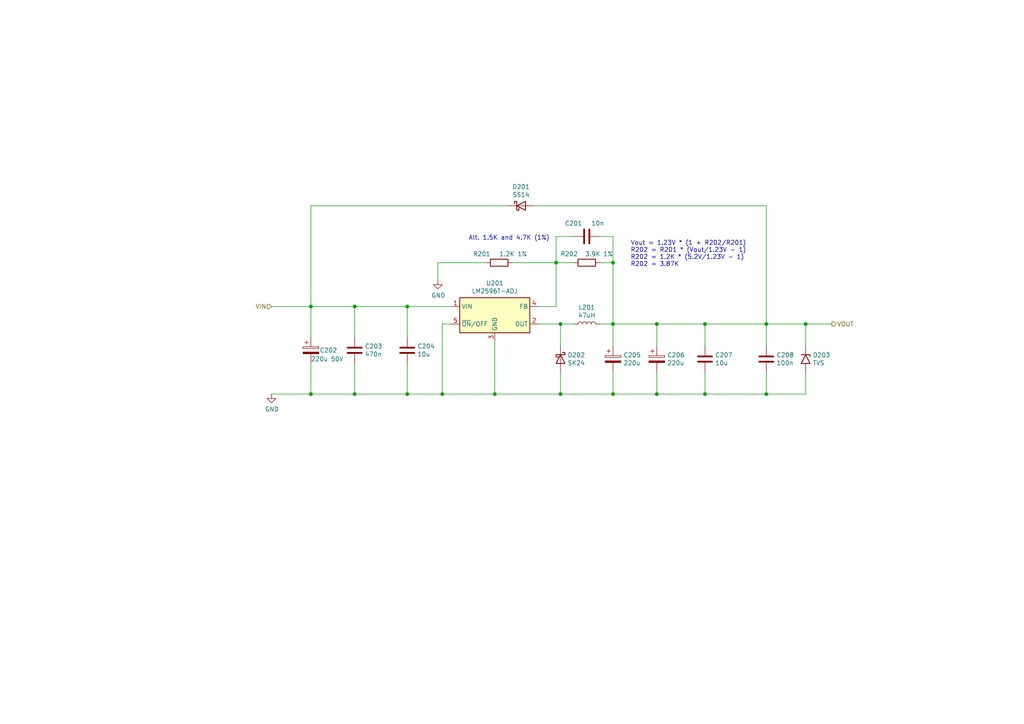
<source format=kicad_sch>
(kicad_sch (version 20211123) (generator eeschema)
  (paper "A4")
  (title_block (title "WS2812 Controller") (date "2021-10-10") (rev "1") (company "Stefan Misik") (comment 1 "Main Power Supply"))
  (lib_symbols
    (symbol "Device:C" (pin_numbers hide) (pin_names (offset 0.254))
      (property "Reference" "C" (at 0.635 2.54 0))
      (property "Value" "C" (at 0.635 -2.54 0))
      (symbol "C_0_1"
        (polyline (pts (xy -2.032 -0.762) (xy 2.032 -0.762)) (stroke (width 0.508)))
        (polyline (pts (xy -2.032 0.762) (xy 2.032 0.762)) (stroke (width 0.508)))
      )
      (symbol "C_1_1"
        (pin passive line (at 0 3.81 270) (length 2.794) (name "~") (number "1"))
        (pin passive line (at 0 -3.81 90) (length 2.794) (name "~") (number "2"))
      )
    )
    (symbol "Device:C_Polarized" (pin_numbers hide) (pin_names (offset 0.254))
      (property "Reference" "C" (at 0.635 2.54 0))
      (property "Value" "C_Polarized" (at 0.635 -2.54 0))
      (symbol "C_Polarized_0_1"
        (rectangle (start -2.286 0.508) (end 2.286 1.016))
        (polyline (pts (xy -1.778 2.286) (xy -0.762 2.286)))
        (polyline (pts (xy -1.27 2.794) (xy -1.27 1.778)))
        (rectangle (start 2.286 -0.508) (end -2.286 -1.016) (fill (type outline)))
      )
      (symbol "C_Polarized_1_1"
        (pin passive line (at 0 3.81 270) (length 2.794) (name "~") (number "1"))
        (pin passive line (at 0 -3.81 90) (length 2.794) (name "~") (number "2"))
      )
    )
    (symbol "Device:D_Schottky" (pin_numbers hide) (pin_names (offset 1.016) hide)
      (property "Reference" "D" (at 0 2.54 0))
      (property "Value" "D_Schottky" (at 0 -2.54 0))
      (symbol "D_Schottky_0_1"
        (polyline (pts (xy 1.27 0) (xy -1.27 0)))
        (polyline (pts (xy 1.27 1.27) (xy 1.27 -1.27) (xy -1.27 0) (xy 1.27 1.27)) (stroke (width 0.254)))
        (polyline (pts (xy -1.905 0.635) (xy -1.905 1.27) (xy -1.27 1.27) (xy -1.27 -1.27) (xy -0.635 -1.27) (xy -0.635 -0.635)) (stroke (width 0.254)))
      )
      (symbol "D_Schottky_1_1"
        (pin passive line (at -3.81 0 0) (length 2.54) (name "K") (number "1"))
        (pin passive line (at 3.81 0 180) (length 2.54) (name "A") (number "2"))
      )
    )
    (symbol "Device:L" (pin_numbers hide) (pin_names (offset 1.016) hide)
      (property "Reference" "L" (at -1.27 0 90))
      (property "Value" "L" (at 1.905 0 90))
      (symbol "L_0_1"
        (arc (start 0 -2.54) (mid 0.635 -1.905) (end 0 -1.27))
        (arc (start 0 -1.27) (mid 0.635 -0.635) (end 0 0))
        (arc (start 0 0) (mid 0.635 0.635) (end 0 1.27))
        (arc (start 0 1.27) (mid 0.635 1.905) (end 0 2.54))
      )
      (symbol "L_1_1"
        (pin passive line (at 0 3.81 270) (length 1.27) (name "1") (number "1"))
        (pin passive line (at 0 -3.81 90) (length 1.27) (name "2") (number "2"))
      )
    )
    (symbol "Device:R" (pin_numbers hide) (pin_names (offset 0))
      (property "Reference" "R" (at 2.032 0 90))
      (property "Value" "R" (at 0 0 90))
      (symbol "R_0_1"
        (rectangle (start -1.016 -2.54) (end 1.016 2.54) (stroke (width 0.254)))
      )
      (symbol "R_1_1"
        (pin passive line (at 0 3.81 270) (length 1.27) (name "~") (number "1"))
        (pin passive line (at 0 -3.81 90) (length 1.27) (name "~") (number "2"))
      )
    )
    (symbol "Diode:1.5KExxA" (pin_numbers hide) (pin_names (offset 1.016) hide)
      (property "Reference" "D" (at 0 2.54 0))
      (property "Value" "1.5KExxA" (at 0 -2.54 0))
      (symbol "1.5KExxA_0_1"
        (polyline (pts (xy -0.762 1.27) (xy -1.27 1.27) (xy -1.27 -1.27)) (stroke (width 0.254)))
        (polyline (pts (xy 1.27 1.27) (xy 1.27 -1.27) (xy -1.27 0) (xy 1.27 1.27)) (stroke (width 0.254)))
      )
      (symbol "1.5KExxA_1_1"
        (pin passive line (at -3.81 0 0) (length 2.54) (name "A1") (number "1"))
        (pin passive line (at 3.81 0 180) (length 2.54) (name "A2") (number "2"))
      )
    )
    (symbol "Regulator_Switching:LM2596T-ADJ"
      (property "Reference" "U" (at -10.16 6.35 0))
      (property "Value" "LM2596T-ADJ" (at 0 6.35 0))
      (symbol "LM2596T-ADJ_0_1"
        (rectangle (start -10.16 5.08) (end 10.16 -5.08) (stroke (width 0.254)) (fill (type background)))
      )
      (symbol "LM2596T-ADJ_1_1"
        (pin power_in line (at -12.7 2.54 0) (length 2.54) (name "VIN") (number "1"))
        (pin output line (at 12.7 -2.54 180) (length 2.54) (name "OUT") (number "2"))
        (pin power_in line (at 0 -7.62 90) (length 2.54) (name "GND") (number "3"))
        (pin input line (at 12.7 2.54 180) (length 2.54) (name "FB") (number "4"))
        (pin input line (at -12.7 -2.54 0) (length 2.54) (name "~{ON}/OFF") (number "5"))
      )
    )
    (symbol "power:GND" (power) (pin_names (offset 0))
      (property "Value" "GND" (at 0 -3.81 0))
      (symbol "GND_0_1"
        (polyline (pts (xy 0 0) (xy 0 -1.27) (xy 1.27 -1.27) (xy 0 -2.54) (xy -1.27 -1.27) (xy 0 -1.27)))
      )
      (symbol "GND_1_1"
        (pin power_in line (at 0 0 270) (length 0) hide (name "GND") (number "1"))
      )
    )
  )
  (junction (at 102.87 88.9))
  (junction (at 128.27 114.3))
  (junction (at 162.56 93.98))
  (junction (at 233.68 93.98))
  (junction (at 190.5 114.3))
  (junction (at 190.5 93.98))
  (junction (at 102.87 114.3))
  (junction (at 177.8 114.3))
  (junction (at 90.17 88.9))
  (junction (at 118.11 114.3))
  (junction (at 162.56 114.3))
  (junction (at 161.29 76.2))
  (junction (at 177.8 76.2))
  (junction (at 222.25 93.98))
  (junction (at 222.25 114.3))
  (junction (at 143.51 114.3))
  (junction (at 204.47 93.98))
  (junction (at 204.47 114.3))
  (junction (at 118.11 88.9))
  (junction (at 177.8 93.98))
  (junction (at 90.17 114.3))
  (wire (pts (xy 173.99 93.98) (xy 177.8 93.98)))
  (wire (pts (xy 127 76.2) (xy 127 81.28)))
  (wire (pts (xy 78.74 88.9) (xy 90.17 88.9)))
  (wire (pts (xy 102.87 105.41) (xy 102.87 114.3)))
  (wire (pts (xy 222.25 93.98) (xy 233.68 93.98)))
  (wire (pts (xy 90.17 97.79) (xy 90.17 88.9)))
  (wire (pts (xy 233.68 114.3) (xy 222.25 114.3)))
  (wire (pts (xy 90.17 59.69) (xy 90.17 88.9)))
  (wire (pts (xy 177.8 68.58) (xy 177.8 76.2)))
  (wire (pts (xy 90.17 88.9) (xy 102.87 88.9)))
  (wire (pts (xy 204.47 114.3) (xy 222.25 114.3)))
  (wire (pts (xy 156.21 93.98) (xy 162.56 93.98)))
  (wire (pts (xy 204.47 93.98) (xy 222.25 93.98)))
  (wire (pts (xy 161.29 68.58) (xy 161.29 76.2)))
  (wire (pts (xy 140.97 76.2) (xy 127 76.2)))
  (wire (pts (xy 233.68 100.33) (xy 233.68 93.98)))
  (wire (pts (xy 118.11 97.79) (xy 118.11 88.9)))
  (wire (pts (xy 190.5 93.98) (xy 204.47 93.98)))
  (wire (pts (xy 102.87 114.3) (xy 118.11 114.3)))
  (wire (pts (xy 128.27 114.3) (xy 143.51 114.3)))
  (wire (pts (xy 162.56 93.98) (xy 166.37 93.98)))
  (wire (pts (xy 118.11 105.41) (xy 118.11 114.3)))
  (wire (pts (xy 161.29 88.9) (xy 156.21 88.9)))
  (wire (pts (xy 177.8 76.2) (xy 177.8 93.98)))
  (wire (pts (xy 147.32 59.69) (xy 90.17 59.69)))
  (wire (pts (xy 204.47 100.33) (xy 204.47 93.98)))
  (wire (pts (xy 90.17 114.3) (xy 102.87 114.3)))
  (wire (pts (xy 233.68 107.95) (xy 233.68 114.3)))
  (wire (pts (xy 102.87 97.79) (xy 102.87 88.9)))
  (wire (pts (xy 190.5 114.3) (xy 190.5 107.95)))
  (wire (pts (xy 177.8 93.98) (xy 190.5 93.98)))
  (wire (pts (xy 143.51 114.3) (xy 162.56 114.3)))
  (wire (pts (xy 161.29 76.2) (xy 161.29 88.9)))
  (wire (pts (xy 222.25 59.69) (xy 222.25 93.98)))
  (wire (pts (xy 128.27 93.98) (xy 128.27 114.3)))
  (wire (pts (xy 148.59 76.2) (xy 161.29 76.2)))
  (wire (pts (xy 190.5 114.3) (xy 204.47 114.3)))
  (wire (pts (xy 118.11 114.3) (xy 128.27 114.3)))
  (wire (pts (xy 154.94 59.69) (xy 222.25 59.69)))
  (wire (pts (xy 173.99 76.2) (xy 177.8 76.2)))
  (wire (pts (xy 233.68 93.98) (xy 241.3 93.98)))
  (wire (pts (xy 78.74 114.3) (xy 90.17 114.3)))
  (wire (pts (xy 118.11 88.9) (xy 130.81 88.9)))
  (wire (pts (xy 102.87 88.9) (xy 118.11 88.9)))
  (wire (pts (xy 222.25 93.98) (xy 222.25 100.33)))
  (wire (pts (xy 177.8 114.3) (xy 177.8 107.95)))
  (wire (pts (xy 162.56 107.95) (xy 162.56 114.3)))
  (wire (pts (xy 162.56 100.33) (xy 162.56 93.98)))
  (wire (pts (xy 166.37 68.58) (xy 161.29 68.58)))
  (wire (pts (xy 162.56 114.3) (xy 177.8 114.3)))
  (wire (pts (xy 222.25 114.3) (xy 222.25 107.95)))
  (wire (pts (xy 173.99 68.58) (xy 177.8 68.58)))
  (wire (pts (xy 130.81 93.98) (xy 128.27 93.98)))
  (wire (pts (xy 190.5 93.98) (xy 190.5 100.33)))
  (wire (pts (xy 177.8 93.98) (xy 177.8 100.33)))
  (wire (pts (xy 177.8 114.3) (xy 190.5 114.3)))
  (wire (pts (xy 204.47 107.95) (xy 204.47 114.3)))
  (wire (pts (xy 166.37 76.2) (xy 161.29 76.2)))
  (wire (pts (xy 90.17 105.41) (xy 90.17 114.3)))
  (wire (pts (xy 143.51 114.3) (xy 143.51 99.06)))
  (text "Vout = 1.23V * (1 + R202/R201)\nR202 = R201 * (Vout/1.23V - 1)\nR202 = 1.2K * (5.2V/1.23V - 1)\nR202 = 3.87K" (at 182.88 77.47 0) (effects (font (size 1.27 1.27)) (justify left bottom)))
  (text "Alt. 1.5K and 4.7K (1%)" (at 135.89 69.85 0) (effects (font (size 1.27 1.27)) (justify left bottom)))
  (hierarchical_label "VOUT" (shape output) (at 241.3 93.98 0))
  (hierarchical_label "VIN" (shape input) (at 78.74 88.9 180))
  (symbol (lib_id "Device:C_Polarized") (at 177.8 104.14 0) (unit 1)
    (property "Reference" "C205" (at 180.7972 102.9716 0) (effects (justify left)))
    (property "Value" "220u" (at 180.7972 105.283 0) (effects (justify left)))
    (property "Footprint" "Capacitor_THT:CP_Radial_D8.0mm_P3.50mm" (effects hide))
  )
  (symbol (lib_id "Regulator_Switching:LM2596T-ADJ") (at 143.51 91.44 0) (unit 1)
    (property "Reference" "U201" (at 143.51 82.1182 0))
    (property "Value" "LM2596T-ADJ" (at 143.51 84.4296 0))
    (property "Footprint" "Package_TO_SOT_THT:TO-220-5_P3.4x3.7mm_StaggerOdd_Lead3.8mm_Vertical" (effects hide))
    (property "Datasheet" "http://www.ti.com/lit/ds/symlink/lm2596.pdf" (effects hide))
  )
  (symbol (lib_id "Device:D_Schottky") (at 162.56 104.14 270) (unit 1)
    (property "Reference" "D202" (at 164.592 102.9716 90) (effects (justify left)))
    (property "Value" "SK24" (at 164.592 105.283 90) (effects (justify left)))
    (property "Footprint" "Diode_SMD:D_SMB_Handsoldering" (effects hide))
  )
  (symbol (lib_id "Device:L") (at 170.18 93.98 90) (unit 1)
    (property "Reference" "L201" (at 170.18 89.154 90))
    (property "Value" "47uH" (at 170.18 91.4654 90))
    (property "Footprint" "Inductor_THT:L_Toroid_Vertical_L16.0mm_W8.0mm_P7.62mm" (effects hide))
  )
  (symbol (lib_id "Device:C_Polarized") (at 190.5 104.14 0) (unit 1)
    (property "Reference" "C206" (at 193.4972 102.9716 0) (effects (justify left)))
    (property "Value" "220u" (at 193.4972 105.283 0) (effects (justify left)))
    (property "Footprint" "Capacitor_THT:CP_Radial_D8.0mm_P3.50mm" (effects hide))
  )
  (symbol (lib_id "Device:C_Polarized") (at 90.17 101.6 0) (unit 1)
    (property "Reference" "C202" (at 92.71 101.6 0) (effects (justify left)))
    (property "Value" "220u 50V" (at 90.17 104.14 0) (effects (justify left)))
    (property "Footprint" "Capacitor_THT:CP_Radial_D10.0mm_P5.00mm" (effects hide))
  )
  (symbol (lib_id "Device:C") (at 222.25 104.14 0) (unit 1)
    (property "Reference" "C208" (at 225.171 102.9716 0) (effects (justify left)))
    (property "Value" "100n" (at 225.171 105.283 0) (effects (justify left)))
    (property "Footprint" "Capacitor_SMD:C_0805_2012Metric_Pad1.18x1.45mm_HandSolder" (effects hide))
  )
  (symbol (lib_id "Device:R") (at 144.78 76.2 270) (unit 1)
    (property "Reference" "R201" (at 137.16 73.66 90) (effects (justify left)))
    (property "Value" "1.2K 1%" (at 144.78 73.66 90) (effects (justify left)))
    (property "Footprint" "Resistor_SMD:R_0805_2012Metric_Pad1.20x1.40mm_HandSolder" (effects hide))
  )
  (symbol (lib_id "Device:R") (at 170.18 76.2 90) (unit 1)
    (property "Reference" "R202" (at 167.64 73.66 90) (effects (justify left)))
    (property "Value" "3.9K 1%" (at 177.8 73.66 90) (effects (justify left)))
    (property "Footprint" "Resistor_SMD:R_0805_2012Metric_Pad1.20x1.40mm_HandSolder" (effects hide))
  )
  (symbol (lib_id "Device:C") (at 170.18 68.58 90) (unit 1)
    (property "Reference" "C201" (at 168.91 64.77 90) (effects (justify left)))
    (property "Value" "10n" (at 175.26 64.77 90) (effects (justify left)))
    (property "Footprint" "Capacitor_SMD:C_0805_2012Metric_Pad1.18x1.45mm_HandSolder" (effects hide))
  )
  (symbol (lib_id "power:GND") (at 127 81.28 0) (unit 1)
    (property "Reference" "#PWR0201" (effects hide))
    (property "Value" "GND" (at 127.127 85.6742 0))
  )
  (symbol (lib_id "power:GND") (at 78.74 114.3 0) (unit 1)
    (property "Reference" "#PWR0202" (effects hide))
    (property "Value" "GND" (at 78.867 118.6942 0))
  )
  (symbol (lib_id "Device:C") (at 102.87 101.6 0)
    (property "Reference" "C203" (at 105.791 100.4316 0) (effects (justify left)))
    (property "Value" "470n" (at 105.791 102.743 0) (effects (justify left)))
    (property "Footprint" "Capacitor_SMD:C_0805_2012Metric_Pad1.18x1.45mm_HandSolder" (effects hide))
  )
  (symbol (lib_id "Device:D_Schottky") (at 151.13 59.69 0) (unit 1)
    (property "Reference" "D201" (at 151.13 54.1782 0))
    (property "Value" "SS14" (at 151.13 56.4896 0))
    (property "Footprint" "Diode_SMD:D_SMA-SMB_Universal_Handsoldering" (effects hide))
  )
  (symbol (lib_id "Diode:1.5KExxA") (at 233.68 104.14 270) (unit 1)
    (property "Reference" "D203" (at 235.712 102.9716 90) (effects (justify left)))
    (property "Value" "TVS" (at 235.712 105.283 90) (effects (justify left)))
    (property "Footprint" "Diode_SMD:D_SMB_Handsoldering" (effects hide))
    (property "Datasheet" "https://www.vishay.com/docs/88301/15ke.pdf" (effects hide))
  )
  (symbol (lib_id "Device:C") (at 204.47 104.14 0) (unit 1)
    (property "Reference" "C207" (at 207.391 102.9716 0) (effects (justify left)))
    (property "Value" "10u" (at 207.391 105.283 0) (effects (justify left)))
    (property "Footprint" "Capacitor_SMD:C_1210_3225Metric_Pad1.33x2.70mm_HandSolder" (effects hide))
  )
  (symbol (lib_id "Device:C") (at 118.11 101.6 0) (unit 1)
    (property "Reference" "C204" (at 121.031 100.4316 0) (effects (justify left)))
    (property "Value" "10u" (at 121.031 102.743 0) (effects (justify left)))
    (property "Footprint" "Capacitor_SMD:C_1210_3225Metric_Pad1.33x2.70mm_HandSolder" (effects hide))
  )
)
</source>
